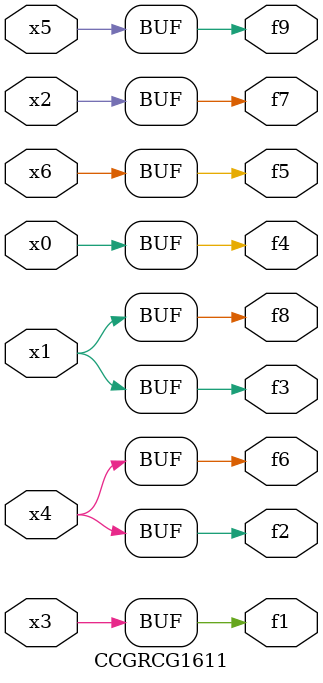
<source format=v>
module CCGRCG1611(
	input x0, x1, x2, x3, x4, x5, x6,
	output f1, f2, f3, f4, f5, f6, f7, f8, f9
);
	assign f1 = x3;
	assign f2 = x4;
	assign f3 = x1;
	assign f4 = x0;
	assign f5 = x6;
	assign f6 = x4;
	assign f7 = x2;
	assign f8 = x1;
	assign f9 = x5;
endmodule

</source>
